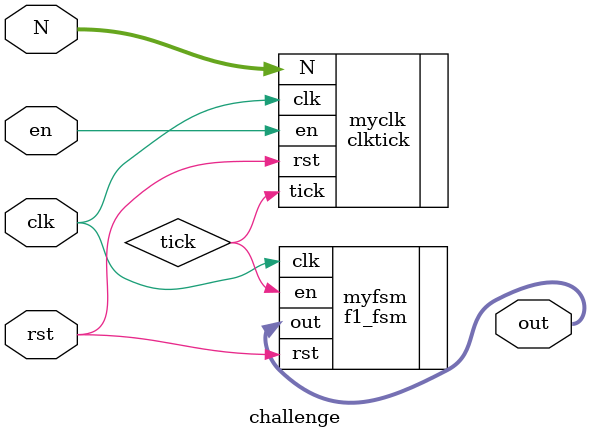
<source format=sv>
module challenge #(
    parameter WIDTH = 16
)(
    input  logic             clk,
    input  logic             rst,  
    input  logic             en,      
    input  logic [WIDTH-1:0] N,     	
    output logic [7:0] out
);

    logic tick;

clktick myclk(
    .clk(clk),
    .rst(rst),
    .en(en),
    .N(N),
    .tick(tick)
);

f1_fsm myfsm(
    .clk(clk),
    .rst(rst),
    .en(tick),
    .out(out)
);

endmodule

</source>
